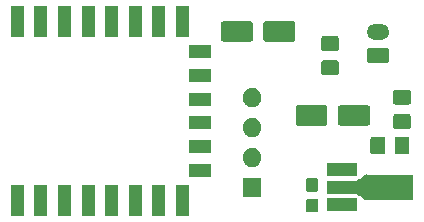
<source format=gts>
G04 #@! TF.GenerationSoftware,KiCad,Pcbnew,5.1.2-f72e74a~84~ubuntu18.10.1*
G04 #@! TF.CreationDate,2019-07-18T21:48:07+02:00*
G04 #@! TF.ProjectId,esp12-dht22,65737031-322d-4646-9874-32322e6b6963,rev?*
G04 #@! TF.SameCoordinates,PX4129270PY6f2f610*
G04 #@! TF.FileFunction,Soldermask,Top*
G04 #@! TF.FilePolarity,Negative*
%FSLAX46Y46*%
G04 Gerber Fmt 4.6, Leading zero omitted, Abs format (unit mm)*
G04 Created by KiCad (PCBNEW 5.1.2-f72e74a~84~ubuntu18.10.1) date 2019-07-18 21:48:07*
%MOMM*%
%LPD*%
G04 APERTURE LIST*
%ADD10C,0.100000*%
G04 APERTURE END LIST*
D10*
G36*
X23370000Y370000D02*
G01*
X22268000Y370000D01*
X22268000Y2972000D01*
X23370000Y2972000D01*
X23370000Y370000D01*
X23370000Y370000D01*
G37*
G36*
X21370000Y370000D02*
G01*
X20268000Y370000D01*
X20268000Y2972000D01*
X21370000Y2972000D01*
X21370000Y370000D01*
X21370000Y370000D01*
G37*
G36*
X19370000Y370000D02*
G01*
X18268000Y370000D01*
X18268000Y2972000D01*
X19370000Y2972000D01*
X19370000Y370000D01*
X19370000Y370000D01*
G37*
G36*
X17370000Y370000D02*
G01*
X16268000Y370000D01*
X16268000Y2972000D01*
X17370000Y2972000D01*
X17370000Y370000D01*
X17370000Y370000D01*
G37*
G36*
X15370000Y370000D02*
G01*
X14268000Y370000D01*
X14268000Y2972000D01*
X15370000Y2972000D01*
X15370000Y370000D01*
X15370000Y370000D01*
G37*
G36*
X11370000Y370000D02*
G01*
X10268000Y370000D01*
X10268000Y2972000D01*
X11370000Y2972000D01*
X11370000Y370000D01*
X11370000Y370000D01*
G37*
G36*
X9370000Y370000D02*
G01*
X8268000Y370000D01*
X8268000Y2972000D01*
X9370000Y2972000D01*
X9370000Y370000D01*
X9370000Y370000D01*
G37*
G36*
X13370000Y370000D02*
G01*
X12268000Y370000D01*
X12268000Y2972000D01*
X13370000Y2972000D01*
X13370000Y370000D01*
X13370000Y370000D01*
G37*
G36*
X34146499Y1841555D02*
G01*
X34183995Y1830180D01*
X34218554Y1811708D01*
X34248847Y1786847D01*
X34273708Y1756554D01*
X34292180Y1721995D01*
X34303555Y1684499D01*
X34308000Y1639362D01*
X34308000Y900638D01*
X34303555Y855501D01*
X34292180Y818005D01*
X34273708Y783446D01*
X34248847Y753153D01*
X34218554Y728292D01*
X34183995Y709820D01*
X34146499Y698445D01*
X34101362Y694000D01*
X33462638Y694000D01*
X33417501Y698445D01*
X33380005Y709820D01*
X33345446Y728292D01*
X33315153Y753153D01*
X33290292Y783446D01*
X33271820Y818005D01*
X33260445Y855501D01*
X33256000Y900638D01*
X33256000Y1639362D01*
X33260445Y1684499D01*
X33271820Y1721995D01*
X33290292Y1756554D01*
X33315153Y1786847D01*
X33345446Y1811708D01*
X33380005Y1830180D01*
X33417501Y1841555D01*
X33462638Y1846000D01*
X34101362Y1846000D01*
X34146499Y1841555D01*
X34146499Y1841555D01*
G37*
G36*
X37623000Y767000D02*
G01*
X35021000Y767000D01*
X35021000Y1869000D01*
X37623000Y1869000D01*
X37623000Y767000D01*
X37623000Y767000D01*
G37*
G36*
X38379066Y3924553D02*
G01*
X38394611Y3905611D01*
X38413553Y3890066D01*
X38435164Y3878515D01*
X38458613Y3871402D01*
X38482999Y3869000D01*
X42333000Y3869000D01*
X42333000Y1767000D01*
X38482999Y1767000D01*
X38458613Y1764598D01*
X38435164Y1757485D01*
X38413553Y1745934D01*
X38394611Y1730389D01*
X38379066Y1711447D01*
X38377968Y1709393D01*
X38323049Y1746006D01*
X38301426Y1757535D01*
X38277970Y1764624D01*
X38253712Y1767000D01*
X38227949Y1767000D01*
X38221485Y1788310D01*
X38209934Y1809921D01*
X38194389Y1828863D01*
X38175338Y1844480D01*
X37817336Y2083148D01*
X37805435Y2089493D01*
X37795053Y2098004D01*
X37573050Y2246006D01*
X37551427Y2257535D01*
X37527971Y2264624D01*
X37503713Y2267000D01*
X35021000Y2267000D01*
X35021000Y3369000D01*
X37503713Y3369000D01*
X37528099Y3371402D01*
X37551548Y3378515D01*
X37573050Y3389994D01*
X37795053Y3537996D01*
X37805437Y3546500D01*
X37817336Y3552852D01*
X38175338Y3791520D01*
X38194296Y3807045D01*
X38209861Y3825971D01*
X38221435Y3847569D01*
X38227961Y3869000D01*
X38253712Y3869000D01*
X38278098Y3871402D01*
X38301547Y3878515D01*
X38323049Y3889994D01*
X38377968Y3926607D01*
X38379066Y3924553D01*
X38379066Y3924553D01*
G37*
G36*
X29503000Y1993000D02*
G01*
X27901000Y1993000D01*
X27901000Y3595000D01*
X29503000Y3595000D01*
X29503000Y1993000D01*
X29503000Y1993000D01*
G37*
G36*
X34146499Y3591555D02*
G01*
X34183995Y3580180D01*
X34218554Y3561708D01*
X34248847Y3536847D01*
X34273708Y3506554D01*
X34292180Y3471995D01*
X34303555Y3434499D01*
X34308000Y3389362D01*
X34308000Y2650638D01*
X34303555Y2605501D01*
X34292180Y2568005D01*
X34273708Y2533446D01*
X34248847Y2503153D01*
X34218554Y2478292D01*
X34183995Y2459820D01*
X34146499Y2448445D01*
X34101362Y2444000D01*
X33462638Y2444000D01*
X33417501Y2448445D01*
X33380005Y2459820D01*
X33345446Y2478292D01*
X33315153Y2503153D01*
X33290292Y2533446D01*
X33271820Y2568005D01*
X33260445Y2605501D01*
X33256000Y2650638D01*
X33256000Y3389362D01*
X33260445Y3434499D01*
X33271820Y3471995D01*
X33290292Y3506554D01*
X33315153Y3536847D01*
X33345446Y3561708D01*
X33380005Y3580180D01*
X33417501Y3591555D01*
X33462638Y3596000D01*
X34101362Y3596000D01*
X34146499Y3591555D01*
X34146499Y3591555D01*
G37*
G36*
X25270000Y3720000D02*
G01*
X23368000Y3720000D01*
X23368000Y4822000D01*
X25270000Y4822000D01*
X25270000Y3720000D01*
X25270000Y3720000D01*
G37*
G36*
X37623000Y3767000D02*
G01*
X35021000Y3767000D01*
X35021000Y4869000D01*
X37623000Y4869000D01*
X37623000Y3767000D01*
X37623000Y3767000D01*
G37*
G36*
X28935642Y6104219D02*
G01*
X29081414Y6043838D01*
X29081416Y6043837D01*
X29212608Y5956178D01*
X29324178Y5844608D01*
X29407463Y5719962D01*
X29411838Y5713414D01*
X29472219Y5567642D01*
X29503000Y5412893D01*
X29503000Y5255107D01*
X29472219Y5100358D01*
X29411838Y4954586D01*
X29411837Y4954584D01*
X29324178Y4823392D01*
X29212608Y4711822D01*
X29081416Y4624163D01*
X29081415Y4624162D01*
X29081414Y4624162D01*
X28935642Y4563781D01*
X28780893Y4533000D01*
X28623107Y4533000D01*
X28468358Y4563781D01*
X28322586Y4624162D01*
X28322585Y4624162D01*
X28322584Y4624163D01*
X28191392Y4711822D01*
X28079822Y4823392D01*
X27992163Y4954584D01*
X27992162Y4954586D01*
X27931781Y5100358D01*
X27901000Y5255107D01*
X27901000Y5412893D01*
X27931781Y5567642D01*
X27992162Y5713414D01*
X27996537Y5719962D01*
X28079822Y5844608D01*
X28191392Y5956178D01*
X28322584Y6043837D01*
X28322586Y6043838D01*
X28468358Y6104219D01*
X28623107Y6135000D01*
X28780893Y6135000D01*
X28935642Y6104219D01*
X28935642Y6104219D01*
G37*
G36*
X39815674Y7096535D02*
G01*
X39853367Y7085101D01*
X39888103Y7066534D01*
X39918548Y7041548D01*
X39943534Y7011103D01*
X39962101Y6976367D01*
X39973535Y6938674D01*
X39978000Y6893339D01*
X39978000Y5806661D01*
X39973535Y5761326D01*
X39962101Y5723633D01*
X39943534Y5688897D01*
X39918548Y5658452D01*
X39888103Y5633466D01*
X39853367Y5614899D01*
X39815674Y5603465D01*
X39770339Y5599000D01*
X38933661Y5599000D01*
X38888326Y5603465D01*
X38850633Y5614899D01*
X38815897Y5633466D01*
X38785452Y5658452D01*
X38760466Y5688897D01*
X38741899Y5723633D01*
X38730465Y5761326D01*
X38726000Y5806661D01*
X38726000Y6893339D01*
X38730465Y6938674D01*
X38741899Y6976367D01*
X38760466Y7011103D01*
X38785452Y7041548D01*
X38815897Y7066534D01*
X38850633Y7085101D01*
X38888326Y7096535D01*
X38933661Y7101000D01*
X39770339Y7101000D01*
X39815674Y7096535D01*
X39815674Y7096535D01*
G37*
G36*
X41865674Y7096535D02*
G01*
X41903367Y7085101D01*
X41938103Y7066534D01*
X41968548Y7041548D01*
X41993534Y7011103D01*
X42012101Y6976367D01*
X42023535Y6938674D01*
X42028000Y6893339D01*
X42028000Y5806661D01*
X42023535Y5761326D01*
X42012101Y5723633D01*
X41993534Y5688897D01*
X41968548Y5658452D01*
X41938103Y5633466D01*
X41903367Y5614899D01*
X41865674Y5603465D01*
X41820339Y5599000D01*
X40983661Y5599000D01*
X40938326Y5603465D01*
X40900633Y5614899D01*
X40865897Y5633466D01*
X40835452Y5658452D01*
X40810466Y5688897D01*
X40791899Y5723633D01*
X40780465Y5761326D01*
X40776000Y5806661D01*
X40776000Y6893339D01*
X40780465Y6938674D01*
X40791899Y6976367D01*
X40810466Y7011103D01*
X40835452Y7041548D01*
X40865897Y7066534D01*
X40900633Y7085101D01*
X40938326Y7096535D01*
X40983661Y7101000D01*
X41820339Y7101000D01*
X41865674Y7096535D01*
X41865674Y7096535D01*
G37*
G36*
X25270000Y5720000D02*
G01*
X23368000Y5720000D01*
X23368000Y6822000D01*
X25270000Y6822000D01*
X25270000Y5720000D01*
X25270000Y5720000D01*
G37*
G36*
X28935642Y8644219D02*
G01*
X29081414Y8583838D01*
X29081416Y8583837D01*
X29212608Y8496178D01*
X29324178Y8384608D01*
X29377412Y8304937D01*
X29411838Y8253414D01*
X29472219Y8107642D01*
X29503000Y7952893D01*
X29503000Y7795107D01*
X29472219Y7640358D01*
X29411838Y7494586D01*
X29411837Y7494584D01*
X29324178Y7363392D01*
X29212608Y7251822D01*
X29081416Y7164163D01*
X29081415Y7164162D01*
X29081414Y7164162D01*
X28935642Y7103781D01*
X28780893Y7073000D01*
X28623107Y7073000D01*
X28468358Y7103781D01*
X28322586Y7164162D01*
X28322585Y7164162D01*
X28322584Y7164163D01*
X28191392Y7251822D01*
X28079822Y7363392D01*
X27992163Y7494584D01*
X27992162Y7494586D01*
X27931781Y7640358D01*
X27901000Y7795107D01*
X27901000Y7952893D01*
X27931781Y8107642D01*
X27992162Y8253414D01*
X28026588Y8304937D01*
X28079822Y8384608D01*
X28191392Y8496178D01*
X28322584Y8583837D01*
X28322586Y8583838D01*
X28468358Y8644219D01*
X28623107Y8675000D01*
X28780893Y8675000D01*
X28935642Y8644219D01*
X28935642Y8644219D01*
G37*
G36*
X25270000Y7720000D02*
G01*
X23368000Y7720000D01*
X23368000Y8822000D01*
X25270000Y8822000D01*
X25270000Y7720000D01*
X25270000Y7720000D01*
G37*
G36*
X41990674Y9003535D02*
G01*
X42028367Y8992101D01*
X42063103Y8973534D01*
X42093548Y8948548D01*
X42118534Y8918103D01*
X42137101Y8883367D01*
X42148535Y8845674D01*
X42153000Y8800339D01*
X42153000Y7963661D01*
X42148535Y7918326D01*
X42137101Y7880633D01*
X42118534Y7845897D01*
X42093548Y7815452D01*
X42063103Y7790466D01*
X42028367Y7771899D01*
X41990674Y7760465D01*
X41945339Y7756000D01*
X40858661Y7756000D01*
X40813326Y7760465D01*
X40775633Y7771899D01*
X40740897Y7790466D01*
X40710452Y7815452D01*
X40685466Y7845897D01*
X40666899Y7880633D01*
X40655465Y7918326D01*
X40651000Y7963661D01*
X40651000Y8800339D01*
X40655465Y8845674D01*
X40666899Y8883367D01*
X40685466Y8918103D01*
X40710452Y8948548D01*
X40740897Y8973534D01*
X40775633Y8992101D01*
X40813326Y9003535D01*
X40858661Y9008000D01*
X41945339Y9008000D01*
X41990674Y9003535D01*
X41990674Y9003535D01*
G37*
G36*
X38543997Y9736949D02*
G01*
X38577652Y9726739D01*
X38608665Y9710162D01*
X38635851Y9687851D01*
X38658162Y9660665D01*
X38674739Y9629652D01*
X38684949Y9595997D01*
X38689000Y9554862D01*
X38689000Y8225138D01*
X38684949Y8184003D01*
X38674739Y8150348D01*
X38658162Y8119335D01*
X38635851Y8092149D01*
X38608665Y8069838D01*
X38577652Y8053261D01*
X38543997Y8043051D01*
X38502862Y8039000D01*
X36173138Y8039000D01*
X36132003Y8043051D01*
X36098348Y8053261D01*
X36067335Y8069838D01*
X36040149Y8092149D01*
X36017838Y8119335D01*
X36001261Y8150348D01*
X35991051Y8184003D01*
X35987000Y8225138D01*
X35987000Y9554862D01*
X35991051Y9595997D01*
X36001261Y9629652D01*
X36017838Y9660665D01*
X36040149Y9687851D01*
X36067335Y9710162D01*
X36098348Y9726739D01*
X36132003Y9736949D01*
X36173138Y9741000D01*
X38502862Y9741000D01*
X38543997Y9736949D01*
X38543997Y9736949D01*
G37*
G36*
X34943997Y9736949D02*
G01*
X34977652Y9726739D01*
X35008665Y9710162D01*
X35035851Y9687851D01*
X35058162Y9660665D01*
X35074739Y9629652D01*
X35084949Y9595997D01*
X35089000Y9554862D01*
X35089000Y8225138D01*
X35084949Y8184003D01*
X35074739Y8150348D01*
X35058162Y8119335D01*
X35035851Y8092149D01*
X35008665Y8069838D01*
X34977652Y8053261D01*
X34943997Y8043051D01*
X34902862Y8039000D01*
X32573138Y8039000D01*
X32532003Y8043051D01*
X32498348Y8053261D01*
X32467335Y8069838D01*
X32440149Y8092149D01*
X32417838Y8119335D01*
X32401261Y8150348D01*
X32391051Y8184003D01*
X32387000Y8225138D01*
X32387000Y9554862D01*
X32391051Y9595997D01*
X32401261Y9629652D01*
X32417838Y9660665D01*
X32440149Y9687851D01*
X32467335Y9710162D01*
X32498348Y9726739D01*
X32532003Y9736949D01*
X32573138Y9741000D01*
X34902862Y9741000D01*
X34943997Y9736949D01*
X34943997Y9736949D01*
G37*
G36*
X28935642Y11184219D02*
G01*
X29081414Y11123838D01*
X29081416Y11123837D01*
X29212608Y11036178D01*
X29324178Y10924608D01*
X29381429Y10838925D01*
X29411838Y10793414D01*
X29472219Y10647642D01*
X29503000Y10492893D01*
X29503000Y10335107D01*
X29472219Y10180358D01*
X29429892Y10078173D01*
X29411837Y10034584D01*
X29324178Y9903392D01*
X29212608Y9791822D01*
X29081416Y9704163D01*
X29081415Y9704162D01*
X29081414Y9704162D01*
X28935642Y9643781D01*
X28780893Y9613000D01*
X28623107Y9613000D01*
X28468358Y9643781D01*
X28322586Y9704162D01*
X28322585Y9704162D01*
X28322584Y9704163D01*
X28191392Y9791822D01*
X28079822Y9903392D01*
X27992163Y10034584D01*
X27974108Y10078173D01*
X27931781Y10180358D01*
X27901000Y10335107D01*
X27901000Y10492893D01*
X27931781Y10647642D01*
X27992162Y10793414D01*
X28022571Y10838925D01*
X28079822Y10924608D01*
X28191392Y11036178D01*
X28322584Y11123837D01*
X28322586Y11123838D01*
X28468358Y11184219D01*
X28623107Y11215000D01*
X28780893Y11215000D01*
X28935642Y11184219D01*
X28935642Y11184219D01*
G37*
G36*
X25270000Y9720000D02*
G01*
X23368000Y9720000D01*
X23368000Y10822000D01*
X25270000Y10822000D01*
X25270000Y9720000D01*
X25270000Y9720000D01*
G37*
G36*
X41990674Y11053535D02*
G01*
X42028367Y11042101D01*
X42063103Y11023534D01*
X42093548Y10998548D01*
X42118534Y10968103D01*
X42137101Y10933367D01*
X42148535Y10895674D01*
X42153000Y10850339D01*
X42153000Y10013661D01*
X42148535Y9968326D01*
X42137101Y9930633D01*
X42118534Y9895897D01*
X42093548Y9865452D01*
X42063103Y9840466D01*
X42028367Y9821899D01*
X41990674Y9810465D01*
X41945339Y9806000D01*
X40858661Y9806000D01*
X40813326Y9810465D01*
X40775633Y9821899D01*
X40740897Y9840466D01*
X40710452Y9865452D01*
X40685466Y9895897D01*
X40666899Y9930633D01*
X40655465Y9968326D01*
X40651000Y10013661D01*
X40651000Y10850339D01*
X40655465Y10895674D01*
X40666899Y10933367D01*
X40685466Y10968103D01*
X40710452Y10998548D01*
X40740897Y11023534D01*
X40775633Y11042101D01*
X40813326Y11053535D01*
X40858661Y11058000D01*
X41945339Y11058000D01*
X41990674Y11053535D01*
X41990674Y11053535D01*
G37*
G36*
X25270000Y11720000D02*
G01*
X23368000Y11720000D01*
X23368000Y12822000D01*
X25270000Y12822000D01*
X25270000Y11720000D01*
X25270000Y11720000D01*
G37*
G36*
X35894674Y13557535D02*
G01*
X35932367Y13546101D01*
X35967103Y13527534D01*
X35997548Y13502548D01*
X36022534Y13472103D01*
X36041101Y13437367D01*
X36052535Y13399674D01*
X36057000Y13354339D01*
X36057000Y12517661D01*
X36052535Y12472326D01*
X36041101Y12434633D01*
X36022534Y12399897D01*
X35997548Y12369452D01*
X35967103Y12344466D01*
X35932367Y12325899D01*
X35894674Y12314465D01*
X35849339Y12310000D01*
X34762661Y12310000D01*
X34717326Y12314465D01*
X34679633Y12325899D01*
X34644897Y12344466D01*
X34614452Y12369452D01*
X34589466Y12399897D01*
X34570899Y12434633D01*
X34559465Y12472326D01*
X34555000Y12517661D01*
X34555000Y13354339D01*
X34559465Y13399674D01*
X34570899Y13437367D01*
X34589466Y13472103D01*
X34614452Y13502548D01*
X34644897Y13527534D01*
X34679633Y13546101D01*
X34717326Y13557535D01*
X34762661Y13562000D01*
X35849339Y13562000D01*
X35894674Y13557535D01*
X35894674Y13557535D01*
G37*
G36*
X40136242Y14616596D02*
G01*
X40173337Y14605343D01*
X40207515Y14587075D01*
X40237481Y14562481D01*
X40262075Y14532515D01*
X40280343Y14498337D01*
X40291596Y14461242D01*
X40296000Y14416526D01*
X40296000Y13523474D01*
X40291596Y13478758D01*
X40280343Y13441663D01*
X40262075Y13407485D01*
X40237481Y13377519D01*
X40207515Y13352925D01*
X40173337Y13334657D01*
X40136242Y13323404D01*
X40091526Y13319000D01*
X38648474Y13319000D01*
X38603758Y13323404D01*
X38566663Y13334657D01*
X38532485Y13352925D01*
X38502519Y13377519D01*
X38477925Y13407485D01*
X38459657Y13441663D01*
X38448404Y13478758D01*
X38444000Y13523474D01*
X38444000Y14416526D01*
X38448404Y14461242D01*
X38459657Y14498337D01*
X38477925Y14532515D01*
X38502519Y14562481D01*
X38532485Y14587075D01*
X38566663Y14605343D01*
X38603758Y14616596D01*
X38648474Y14621000D01*
X40091526Y14621000D01*
X40136242Y14616596D01*
X40136242Y14616596D01*
G37*
G36*
X25270000Y13720000D02*
G01*
X23368000Y13720000D01*
X23368000Y14822000D01*
X25270000Y14822000D01*
X25270000Y13720000D01*
X25270000Y13720000D01*
G37*
G36*
X35894674Y15607535D02*
G01*
X35932367Y15596101D01*
X35967103Y15577534D01*
X35997548Y15552548D01*
X36022534Y15522103D01*
X36041101Y15487367D01*
X36052535Y15449674D01*
X36057000Y15404339D01*
X36057000Y14567661D01*
X36052535Y14522326D01*
X36041101Y14484633D01*
X36022534Y14449897D01*
X35997548Y14419452D01*
X35967103Y14394466D01*
X35932367Y14375899D01*
X35894674Y14364465D01*
X35849339Y14360000D01*
X34762661Y14360000D01*
X34717326Y14364465D01*
X34679633Y14375899D01*
X34644897Y14394466D01*
X34614452Y14419452D01*
X34589466Y14449897D01*
X34570899Y14484633D01*
X34559465Y14522326D01*
X34555000Y14567661D01*
X34555000Y15404339D01*
X34559465Y15449674D01*
X34570899Y15487367D01*
X34589466Y15522103D01*
X34614452Y15552548D01*
X34644897Y15577534D01*
X34679633Y15596101D01*
X34717326Y15607535D01*
X34762661Y15612000D01*
X35849339Y15612000D01*
X35894674Y15607535D01*
X35894674Y15607535D01*
G37*
G36*
X32215997Y16848949D02*
G01*
X32249652Y16838739D01*
X32280665Y16822162D01*
X32307851Y16799851D01*
X32330162Y16772665D01*
X32346739Y16741652D01*
X32356949Y16707997D01*
X32361000Y16666862D01*
X32361000Y15337138D01*
X32356949Y15296003D01*
X32346739Y15262348D01*
X32330162Y15231335D01*
X32307851Y15204149D01*
X32280665Y15181838D01*
X32249652Y15165261D01*
X32215997Y15155051D01*
X32174862Y15151000D01*
X29845138Y15151000D01*
X29804003Y15155051D01*
X29770348Y15165261D01*
X29739335Y15181838D01*
X29712149Y15204149D01*
X29689838Y15231335D01*
X29673261Y15262348D01*
X29663051Y15296003D01*
X29659000Y15337138D01*
X29659000Y16666862D01*
X29663051Y16707997D01*
X29673261Y16741652D01*
X29689838Y16772665D01*
X29712149Y16799851D01*
X29739335Y16822162D01*
X29770348Y16838739D01*
X29804003Y16848949D01*
X29845138Y16853000D01*
X32174862Y16853000D01*
X32215997Y16848949D01*
X32215997Y16848949D01*
G37*
G36*
X28615997Y16848949D02*
G01*
X28649652Y16838739D01*
X28680665Y16822162D01*
X28707851Y16799851D01*
X28730162Y16772665D01*
X28746739Y16741652D01*
X28756949Y16707997D01*
X28761000Y16666862D01*
X28761000Y15337138D01*
X28756949Y15296003D01*
X28746739Y15262348D01*
X28730162Y15231335D01*
X28707851Y15204149D01*
X28680665Y15181838D01*
X28649652Y15165261D01*
X28615997Y15155051D01*
X28574862Y15151000D01*
X26245138Y15151000D01*
X26204003Y15155051D01*
X26170348Y15165261D01*
X26139335Y15181838D01*
X26112149Y15204149D01*
X26089838Y15231335D01*
X26073261Y15262348D01*
X26063051Y15296003D01*
X26059000Y15337138D01*
X26059000Y16666862D01*
X26063051Y16707997D01*
X26073261Y16741652D01*
X26089838Y16772665D01*
X26112149Y16799851D01*
X26139335Y16822162D01*
X26170348Y16838739D01*
X26204003Y16848949D01*
X26245138Y16853000D01*
X28574862Y16853000D01*
X28615997Y16848949D01*
X28615997Y16848949D01*
G37*
G36*
X39708855Y16617860D02*
G01*
X39772618Y16611580D01*
X39853439Y16587063D01*
X39895336Y16574354D01*
X40008425Y16513906D01*
X40107554Y16432554D01*
X40188906Y16333425D01*
X40249354Y16220336D01*
X40249355Y16220332D01*
X40286580Y16097618D01*
X40299149Y15970000D01*
X40286580Y15842382D01*
X40259040Y15751596D01*
X40249354Y15719664D01*
X40188906Y15606575D01*
X40107554Y15507446D01*
X40008425Y15426094D01*
X39895336Y15365646D01*
X39863404Y15355960D01*
X39772618Y15328420D01*
X39708855Y15322140D01*
X39676974Y15319000D01*
X39063026Y15319000D01*
X39031145Y15322140D01*
X38967382Y15328420D01*
X38876596Y15355960D01*
X38844664Y15365646D01*
X38731575Y15426094D01*
X38632446Y15507446D01*
X38551094Y15606575D01*
X38490646Y15719664D01*
X38480960Y15751596D01*
X38453420Y15842382D01*
X38440851Y15970000D01*
X38453420Y16097618D01*
X38490645Y16220332D01*
X38490646Y16220336D01*
X38551094Y16333425D01*
X38632446Y16432554D01*
X38731575Y16513906D01*
X38844664Y16574354D01*
X38886561Y16587063D01*
X38967382Y16611580D01*
X39031145Y16617860D01*
X39063026Y16621000D01*
X39676974Y16621000D01*
X39708855Y16617860D01*
X39708855Y16617860D01*
G37*
G36*
X13370000Y15570000D02*
G01*
X12268000Y15570000D01*
X12268000Y18172000D01*
X13370000Y18172000D01*
X13370000Y15570000D01*
X13370000Y15570000D01*
G37*
G36*
X23370000Y15570000D02*
G01*
X22268000Y15570000D01*
X22268000Y18172000D01*
X23370000Y18172000D01*
X23370000Y15570000D01*
X23370000Y15570000D01*
G37*
G36*
X21370000Y15570000D02*
G01*
X20268000Y15570000D01*
X20268000Y18172000D01*
X21370000Y18172000D01*
X21370000Y15570000D01*
X21370000Y15570000D01*
G37*
G36*
X19370000Y15570000D02*
G01*
X18268000Y15570000D01*
X18268000Y18172000D01*
X19370000Y18172000D01*
X19370000Y15570000D01*
X19370000Y15570000D01*
G37*
G36*
X17370000Y15570000D02*
G01*
X16268000Y15570000D01*
X16268000Y18172000D01*
X17370000Y18172000D01*
X17370000Y15570000D01*
X17370000Y15570000D01*
G37*
G36*
X9370000Y15570000D02*
G01*
X8268000Y15570000D01*
X8268000Y18172000D01*
X9370000Y18172000D01*
X9370000Y15570000D01*
X9370000Y15570000D01*
G37*
G36*
X11370000Y15570000D02*
G01*
X10268000Y15570000D01*
X10268000Y18172000D01*
X11370000Y18172000D01*
X11370000Y15570000D01*
X11370000Y15570000D01*
G37*
G36*
X15370000Y15570000D02*
G01*
X14268000Y15570000D01*
X14268000Y18172000D01*
X15370000Y18172000D01*
X15370000Y15570000D01*
X15370000Y15570000D01*
G37*
M02*

</source>
